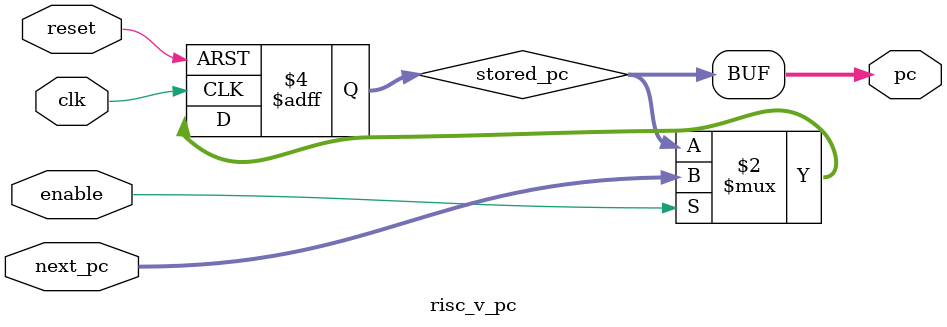
<source format=v>
`timescale 1ns/1ns

module risc_v_pc #(
    parameter ADDR_WIDTH = 4
) (
    input wire clk,
    input wire reset,
    input wire enable,
    input wire [ADDR_WIDTH-1:0]  next_pc,
    output wire [ADDR_WIDTH-1:0]  pc
);

    reg [ADDR_WIDTH-1:0] stored_pc;

    always @(posedge clk or posedge reset) begin
        if (reset)
            stored_pc <= {ADDR_WIDTH{1'b0}};
        else if (enable)
            stored_pc <= next_pc;
    end

    assign pc = stored_pc;

endmodule

</source>
